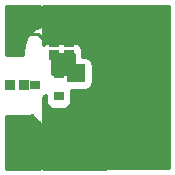
<source format=gbr>
G04 #@! TF.GenerationSoftware,KiCad,Pcbnew,5.1.5+dfsg1-2~bpo9+1*
G04 #@! TF.CreationDate,2020-08-10T15:35:06-04:00*
G04 #@! TF.ProjectId,power_sensor,706f7765-725f-4736-956e-736f722e6b69,rev?*
G04 #@! TF.SameCoordinates,PX4cace80PY51bada0*
G04 #@! TF.FileFunction,Copper,L1,Top*
G04 #@! TF.FilePolarity,Positive*
%FSLAX46Y46*%
G04 Gerber Fmt 4.6, Leading zero omitted, Abs format (unit mm)*
G04 Created by KiCad (PCBNEW 5.1.5+dfsg1-2~bpo9+1) date 2020-08-10 15:35:06*
%MOMM*%
%LPD*%
G04 APERTURE LIST*
%ADD10R,0.899160X0.848360*%
%ADD11R,0.848360X0.899160*%
%ADD12R,1.500000X1.500000*%
%ADD13R,0.900000X0.800000*%
%ADD14C,0.250000*%
%ADD15C,0.254000*%
G04 APERTURE END LIST*
D10*
X5600000Y-3220881D03*
X5600000Y-4379121D03*
D11*
X620880Y-6900000D03*
X1779120Y-6900000D03*
D10*
X4300000Y-3220880D03*
X4300000Y-4379120D03*
D12*
X6200000Y-5900000D03*
D13*
X2700000Y-6900000D03*
X4700000Y-5950000D03*
X4700000Y-7850000D03*
D14*
X3600420Y-3220880D02*
X2979540Y-2600000D01*
X4300000Y-3220880D02*
X3600420Y-3220880D01*
X2979540Y-2600000D02*
X1200000Y-2600000D01*
X6299580Y-3220881D02*
X6520461Y-3000000D01*
X5600000Y-3220881D02*
X6299580Y-3220881D01*
X6520461Y-3000000D02*
X10300000Y-3000000D01*
X10300000Y-3000000D02*
X10700000Y-3400000D01*
X10700000Y-3400000D02*
X10700000Y-8900000D01*
X10700000Y-8900000D02*
X7400000Y-12200000D01*
X7400000Y-12200000D02*
X1000000Y-12200000D01*
D15*
G36*
X14073000Y-226419D02*
G01*
X14073000Y-13924159D01*
X3427000Y-14021829D01*
X3427000Y-7871959D01*
X3504494Y-7830537D01*
X3601185Y-7751185D01*
X3611928Y-7738095D01*
X3611928Y-8250000D01*
X3624188Y-8374482D01*
X3660498Y-8494180D01*
X3719463Y-8604494D01*
X3798815Y-8701185D01*
X3895506Y-8780537D01*
X4005820Y-8839502D01*
X4125518Y-8875812D01*
X4250000Y-8888072D01*
X5150000Y-8888072D01*
X5274482Y-8875812D01*
X5394180Y-8839502D01*
X5504494Y-8780537D01*
X5601185Y-8701185D01*
X5680537Y-8604494D01*
X5739502Y-8494180D01*
X5775812Y-8374482D01*
X5788072Y-8250000D01*
X5788072Y-7450000D01*
X5775812Y-7325518D01*
X5764453Y-7288072D01*
X6950000Y-7288072D01*
X7074482Y-7275812D01*
X7194180Y-7239502D01*
X7304494Y-7180537D01*
X7401185Y-7101185D01*
X7480537Y-7004494D01*
X7539502Y-6894180D01*
X7575812Y-6774482D01*
X7588072Y-6650000D01*
X7588072Y-5150000D01*
X7575812Y-5025518D01*
X7539502Y-4905820D01*
X7480537Y-4795506D01*
X7401185Y-4698815D01*
X7304494Y-4619463D01*
X7194180Y-4560498D01*
X7074482Y-4524188D01*
X6950000Y-4511928D01*
X6687652Y-4511928D01*
X6687652Y-3954941D01*
X6675392Y-3830459D01*
X6639082Y-3710761D01*
X6580117Y-3600447D01*
X6500765Y-3503756D01*
X6404074Y-3424404D01*
X6293760Y-3365439D01*
X6174062Y-3329129D01*
X6049580Y-3316869D01*
X5150420Y-3316869D01*
X5025938Y-3329129D01*
X4950002Y-3352164D01*
X4874062Y-3329128D01*
X4749580Y-3316868D01*
X3850420Y-3316868D01*
X3725938Y-3329128D01*
X3606240Y-3365438D01*
X3495926Y-3424403D01*
X3427000Y-3480969D01*
X3427000Y-177584D01*
X14073000Y-226419D01*
G37*
X14073000Y-226419D02*
X14073000Y-13924159D01*
X3427000Y-14021829D01*
X3427000Y-7871959D01*
X3504494Y-7830537D01*
X3601185Y-7751185D01*
X3611928Y-7738095D01*
X3611928Y-8250000D01*
X3624188Y-8374482D01*
X3660498Y-8494180D01*
X3719463Y-8604494D01*
X3798815Y-8701185D01*
X3895506Y-8780537D01*
X4005820Y-8839502D01*
X4125518Y-8875812D01*
X4250000Y-8888072D01*
X5150000Y-8888072D01*
X5274482Y-8875812D01*
X5394180Y-8839502D01*
X5504494Y-8780537D01*
X5601185Y-8701185D01*
X5680537Y-8604494D01*
X5739502Y-8494180D01*
X5775812Y-8374482D01*
X5788072Y-8250000D01*
X5788072Y-7450000D01*
X5775812Y-7325518D01*
X5764453Y-7288072D01*
X6950000Y-7288072D01*
X7074482Y-7275812D01*
X7194180Y-7239502D01*
X7304494Y-7180537D01*
X7401185Y-7101185D01*
X7480537Y-7004494D01*
X7539502Y-6894180D01*
X7575812Y-6774482D01*
X7588072Y-6650000D01*
X7588072Y-5150000D01*
X7575812Y-5025518D01*
X7539502Y-4905820D01*
X7480537Y-4795506D01*
X7401185Y-4698815D01*
X7304494Y-4619463D01*
X7194180Y-4560498D01*
X7074482Y-4524188D01*
X6950000Y-4511928D01*
X6687652Y-4511928D01*
X6687652Y-3954941D01*
X6675392Y-3830459D01*
X6639082Y-3710761D01*
X6580117Y-3600447D01*
X6500765Y-3503756D01*
X6404074Y-3424404D01*
X6293760Y-3365439D01*
X6174062Y-3329129D01*
X6049580Y-3316869D01*
X5150420Y-3316869D01*
X5025938Y-3329129D01*
X4950002Y-3352164D01*
X4874062Y-3329128D01*
X4749580Y-3316868D01*
X3850420Y-3316868D01*
X3725938Y-3329128D01*
X3606240Y-3365438D01*
X3495926Y-3424403D01*
X3427000Y-3480969D01*
X3427000Y-177584D01*
X14073000Y-226419D01*
G36*
X2738707Y-9761293D02*
G01*
X3062585Y-10027093D01*
X3173000Y-10086111D01*
X3173000Y-13973000D01*
X227000Y-13973000D01*
X227000Y-9486871D01*
X1045060Y-9486871D01*
X1200000Y-9471611D01*
X1354940Y-9486871D01*
X2203300Y-9486871D01*
X2490297Y-9458605D01*
X2738707Y-9761293D01*
G37*
X2738707Y-9761293D02*
X3062585Y-10027093D01*
X3173000Y-10086111D01*
X3173000Y-13973000D01*
X227000Y-13973000D01*
X227000Y-9486871D01*
X1045060Y-9486871D01*
X1200000Y-9471611D01*
X1354940Y-9486871D01*
X2203300Y-9486871D01*
X2490297Y-9458605D01*
X2738707Y-9761293D01*
G36*
X3173000Y-1937725D02*
G01*
X3032514Y-1980341D01*
X2663005Y-2177847D01*
X2339127Y-2443647D01*
X2073327Y-2767525D01*
X1875821Y-3137034D01*
X1754196Y-3537975D01*
X1713129Y-3954940D01*
X1713129Y-4313129D01*
X1354940Y-4313129D01*
X1200000Y-4328389D01*
X1045060Y-4313129D01*
X227000Y-4313129D01*
X227000Y-227000D01*
X3173000Y-227000D01*
X3173000Y-1937725D01*
G37*
X3173000Y-1937725D02*
X3032514Y-1980341D01*
X2663005Y-2177847D01*
X2339127Y-2443647D01*
X2073327Y-2767525D01*
X1875821Y-3137034D01*
X1754196Y-3537975D01*
X1713129Y-3954940D01*
X1713129Y-4313129D01*
X1354940Y-4313129D01*
X1200000Y-4328389D01*
X1045060Y-4313129D01*
X227000Y-4313129D01*
X227000Y-227000D01*
X3173000Y-227000D01*
X3173000Y-1937725D01*
G36*
X5973000Y-5973000D02*
G01*
X4127000Y-5973000D01*
X4127000Y-4227000D01*
X5973000Y-4227000D01*
X5973000Y-5973000D01*
G37*
X5973000Y-5973000D02*
X4127000Y-5973000D01*
X4127000Y-4227000D01*
X5973000Y-4227000D01*
X5973000Y-5973000D01*
M02*

</source>
